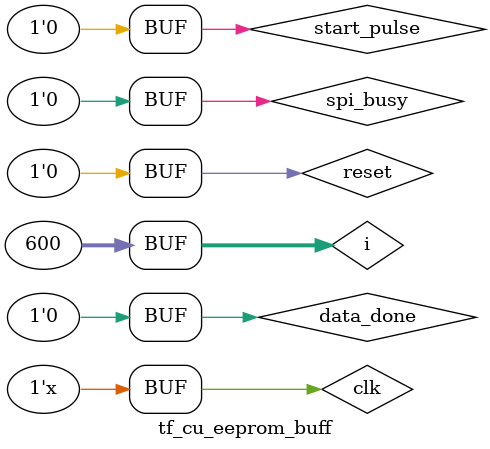
<source format=v>
`timescale 1ns / 1ns


module tf_cu_eeprom_buff;

	// Inputs
	reg clk;
	reg reset;
	reg start_pulse;
	reg spi_busy;
	reg data_done;

	// Outputs
	wire load_data;
	wire nCS;
	wire [2:0] sel_data;
	wire sel_eeprom;
	wire page_done;
	wire block_done;
	wire [7:0] addr;
	integer i;

	// Instantiate the Unit Under Test (UUT)
	cu_eeprom_buff uut (
		.clk(clk), 
		.reset(reset), 
		.start_pulse(start_pulse), 
		.spi_busy(spi_busy), 
		.data_done(data_done), 
		.load_data(load_data), 
		.nCS(nCS), 
		.sel_data(sel_data), 
		.page_done(page_done), 
		.addr(addr)
	);

	initial begin
		// Initialize Inputs
		clk = 0;
		reset = 0;
		start_pulse = 0;
		spi_busy = 0;
		data_done = 0;

		// Wait 100 ns for global reset to finish
		#100 reset=1;
		#100 reset=0;
		
		#100 start_pulse=1;
		#100 start_pulse=0;
		
		for (i=0;i<600;i=i+1)
		begin
		#10000 spi_busy=1;
		#100 spi_busy=0;
		end
		
        
		// Add stimulus here

	end

always
#10 clk =~clk;      
endmodule


</source>
